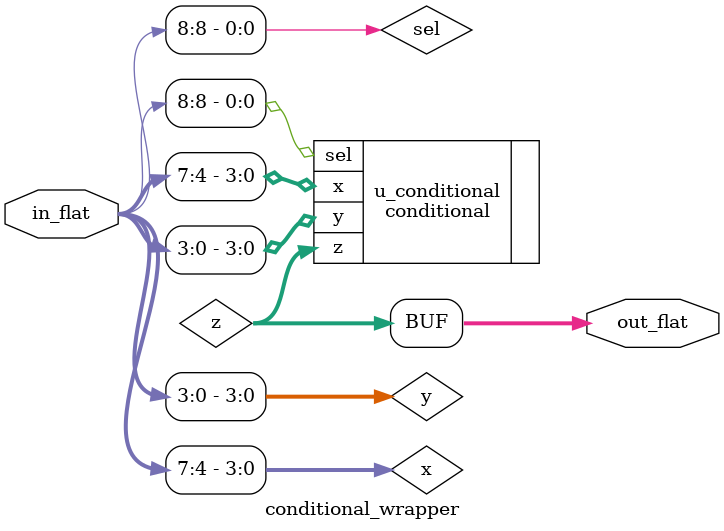
<source format=sv>
module conditional_wrapper (
    input  wire [8:0] in_flat,
    output wire [3:0] out_flat
);

  // Slice `in_flat` into original inputs
  wire sel = in_flat[8];
  wire [3:0] x = in_flat[7:4];
  wire [3:0] y = in_flat[3:0];

  // Wires to capture original module outputs
  wire [3:0] z;

  // Instantiate the original module
  conditional u_conditional (
    .sel(sel),
    .x(x),
    .y(y),
    .z(z)
  );

  // Pack original outputs into `out_flat`
  assign out_flat[3:0] = z;

endmodule  // conditional_wrapper
</source>
